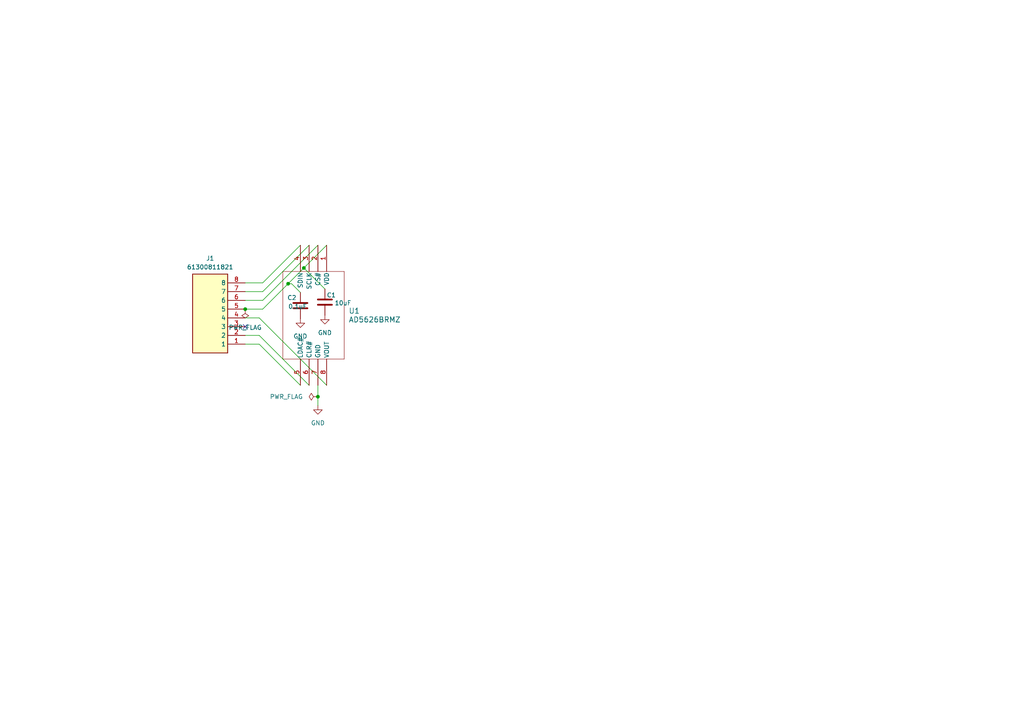
<source format=kicad_sch>
(kicad_sch (version 20230121) (generator eeschema)
  (paper "A4")
  (lib_symbols
    (symbol "21xt_symbols:AD5626BRMZ" (pin_names (offset 0.254))
      (property "Reference" "U" (at 20.32 10.16 0))
      (property "Value" "AD5626BRMZ" (at 20.32 7.62 0))
      (symbol "AD5626BRMZ_0_1"
        (polyline (pts (xy 7.62 -12.7) (xy 33.02 -12.7)) (stroke (width 0.127)))
        (polyline (pts (xy 7.62 5.08) (xy 7.62 -12.7)) (stroke (width 0.127)))
        (polyline (pts (xy 33.02 -12.7) (xy 33.02 5.08)) (stroke (width 0.127)))
        (polyline (pts (xy 33.02 5.08) (xy 7.62 5.08)) (stroke (width 0.127)))
        (pin power_in line (at 0 0 0) (length 7.62) (name "VDD") (number "1"))
        (pin unspecified line (at 0 -2.54 0) (length 7.62) (name "CS#") (number "2"))
        (pin unspecified line (at 0 -5.08 0) (length 7.62) (name "SCLK") (number "3"))
        (pin unspecified line (at 0 -7.62 0) (length 7.62) (name "SDIN") (number "4"))
        (pin unspecified line (at 40.64 -7.62 180) (length 7.62) (name "LDAC#") (number "5"))
        (pin unspecified line (at 40.64 -5.08 180) (length 7.62) (name "CLR#") (number "6"))
        (pin unspecified line (at 40.64 -2.54 180) (length 7.62) (name "GND") (number "7"))
        (pin unspecified line (at 40.64 0 180) (length 7.62) (name "VOUT") (number "8"))
      )
    )
    (symbol "8pinfemheader:61300811821"
      (property "Reference" "J" (at 16.51 7.62 0))
      (property "Value" "61300811821" (at 16.51 5.08 0))
      (symbol "61300811821_1_1"
        (rectangle (start 5.08 2.54) (end 15.24 -20.32) (stroke (width 0.254)) (fill (type background)))
        (pin passive line (at 0 0 0) (length 5.08) (name "1") (number "1"))
        (pin passive line (at 0 -2.54 0) (length 5.08) (name "2") (number "2"))
        (pin passive line (at 0 -5.08 0) (length 5.08) (name "3") (number "3"))
        (pin passive line (at 0 -7.62 0) (length 5.08) (name "4") (number "4"))
        (pin passive line (at 0 -10.16 0) (length 5.08) (name "5") (number "5"))
        (pin passive line (at 0 -12.7 0) (length 5.08) (name "6") (number "6"))
        (pin passive line (at 0 -15.24 0) (length 5.08) (name "7") (number "7"))
        (pin passive line (at 0 -17.78 0) (length 5.08) (name "8") (number "8"))
      )
    )
    (symbol "Device:C" (pin_numbers hide) (pin_names (offset 0.254))
      (property "Reference" "C" (at 0.635 2.54 0))
      (property "Value" "C" (at 0.635 -2.54 0))
      (symbol "C_0_1"
        (polyline (pts (xy -2.032 -0.762) (xy 2.032 -0.762)) (stroke (width 0.508)))
        (polyline (pts (xy -2.032 0.762) (xy 2.032 0.762)) (stroke (width 0.508)))
      )
      (symbol "C_1_1"
        (pin passive line (at 0 3.81 270) (length 2.794) (name "~") (number "1"))
        (pin passive line (at 0 -3.81 90) (length 2.794) (name "~") (number "2"))
      )
    )
    (symbol "power:GND" (power) (pin_names (offset 0))
      (property "Value" "GND" (at 0 -3.81 0))
      (symbol "GND_0_1"
        (polyline (pts (xy 0 0) (xy 0 -1.27) (xy 1.27 -1.27) (xy 0 -2.54) (xy -1.27 -1.27) (xy 0 -1.27)))
      )
      (symbol "GND_1_1"
        (pin power_in line (at 0 0 270) (length 0) hide (name "GND") (number "1"))
      )
    )
    (symbol "power:PWR_FLAG" (power) (pin_numbers hide) (pin_names (offset 0) hide)
      (property "Value" "PWR_FLAG" (at 0 3.81 0))
      (symbol "PWR_FLAG_0_0"
        (pin power_out line (at 0 0 90) (length 0) (name "pwr") (number "1"))
      )
      (symbol "PWR_FLAG_0_1"
        (polyline (pts (xy 0 0) (xy 0 1.27) (xy -1.016 1.905) (xy 0 2.54) (xy 1.016 1.905) (xy 0 1.27)))
      )
    )
  )
  (junction (at 71.12 89.662))
  (junction (at 88.138 77.724))
  (junction (at 92.202 115.062))
  (junction (at 83.566 82.296))
  (no_connect (at 71.12 94.742))
  (wire (pts (xy 76.2 89.662) (xy 83.566 82.296)))
  (wire (pts (xy 94.234 83.82) (xy 88.138 77.724)))
  (wire (pts (xy 83.566 82.296) (xy 88.138 77.724)))
  (wire (pts (xy 75.184 92.202) (xy 94.742 111.76)))
  (wire (pts (xy 71.12 89.662) (xy 76.2 89.662)))
  (wire (pts (xy 83.566 82.296) (xy 84.582 82.296)))
  (wire (pts (xy 71.12 92.202) (xy 75.184 92.202)))
  (wire (pts (xy 76.2 82.042) (xy 87.122 71.12)))
  (wire (pts (xy 71.12 87.122) (xy 76.2 87.122)))
  (wire (pts (xy 76.2 84.582) (xy 89.662 71.12)))
  (wire (pts (xy 92.202 115.062) (xy 92.202 111.76)))
  (wire (pts (xy 92.202 117.602) (xy 92.202 115.062)))
  (wire (pts (xy 75.184 99.822) (xy 87.122 111.76)))
  (wire (pts (xy 71.12 99.822) (xy 75.184 99.822)))
  (wire (pts (xy 71.12 97.282) (xy 75.184 97.282)))
  (wire (pts (xy 76.2 87.122) (xy 92.202 71.12)))
  (wire (pts (xy 84.582 82.296) (xy 87.122 84.836)))
  (wire (pts (xy 88.138 77.724) (xy 94.742 71.12)))
  (wire (pts (xy 71.12 82.042) (xy 76.2 82.042)))
  (wire (pts (xy 75.184 97.282) (xy 89.662 111.76)))
  (wire (pts (xy 71.12 84.582) (xy 76.2 84.582)))
  (symbol (lib_id "power:GND") (at 94.234 91.44 0) (unit 1)
    (property "Reference" "#PWR01" (effects hide))
    (property "Value" "GND" (at 94.234 96.52 0))
  )
  (symbol (lib_id "power:GND") (at 92.202 117.602 0) (unit 1)
    (property "Reference" "#PWR03" (effects hide))
    (property "Value" "GND" (at 92.202 122.682 0))
  )
  (symbol (lib_id "power:PWR_FLAG") (at 71.12 89.662 180) (unit 1)
    (property "Reference" "#FLG01" (effects hide))
    (property "Value" "PWR_FLAG" (at 71.12 94.996 0))
  )
  (symbol (lib_id "power:PWR_FLAG") (at 92.202 115.062 90) (unit 1)
    (property "Reference" "#FLG02" (effects hide))
    (property "Value" "PWR_FLAG" (at 87.884 115.062 90) (effects (justify left)))
  )
  (symbol (lib_id "Device:C") (at 94.234 87.63 0) (unit 1)
    (property "Reference" "C1" (at 94.742 85.598 0) (effects (justify left)))
    (property "Value" "10uF" (at 97.028 87.884 0) (effects (justify left)))
    (property "Footprint" "Capacitor_SMD:C_0603_1608Metric_Pad1.08x0.95mm_HandSolder" (effects hide))
  )
  (symbol (lib_id "power:GND") (at 87.122 92.456 0) (unit 1)
    (property "Reference" "#PWR02" (effects hide))
    (property "Value" "GND" (at 87.122 97.536 0))
  )
  (symbol (lib_id "8pinfemheader:61300811821") (at 71.12 99.822 180) (unit 1)
    (property "Reference" "J1" (at 60.96 74.93 0))
    (property "Value" "61300811821" (at 60.96 77.47 0))
    (property "Footprint" "Symnfoot:RHDR8W60P0X254_1X8_2082X250X850P" (effects hide))
    (property "Datasheet" "https://www.we-online.com/catalog/datasheet/61300811821.pdf" (effects hide))
    (property "Height" "8.5" (effects hide))
    (property "Mouser Part Number" "710-61300811821" (effects hide))
    (property "Mouser Price/Stock" "https://www.mouser.co.uk/ProductDetail/Wurth-Elektronik/61300811821?qs=ulEaXIWI0c%252BOxrSqc7jVmQ%3D%3D" (effects hide))
    (property "Manufacturer_Name" "Wurth Elektronik" (effects hide))
    (property "Manufacturer_Part_Number" "61300811821" (effects hide))
  )
  (symbol (lib_id "Device:C") (at 87.122 88.646 0) (unit 1)
    (property "Reference" "C2" (at 83.312 86.36 0) (effects (justify left)))
    (property "Value" "0.1uF" (at 83.566 88.9 0) (effects (justify left)))
    (property "Footprint" "Capacitor_SMD:C_0603_1608Metric_Pad1.08x0.95mm_HandSolder" (effects hide))
    (property "Datasheet" "Capacitor_SMD:C_0201_0603Metric" (effects hide))
  )
  (symbol (lib_id "21xt_symbols:AD5626BRMZ") (at 94.742 71.12 270) (unit 1)
    (property "Reference" "U1" (at 101.092 90.17 90) (effects (font (size 1.524 1.524)) (justify left)))
    (property "Value" "AD5626BRMZ" (at 101.092 92.71 90) (effects (font (size 1.524 1.524)) (justify left)))
    (property "Footprint" "21xt_footprints:AD5626" (effects hide))
    (property "Datasheet" "AD5626BRMZ" (effects hide))
  )
)
</source>
